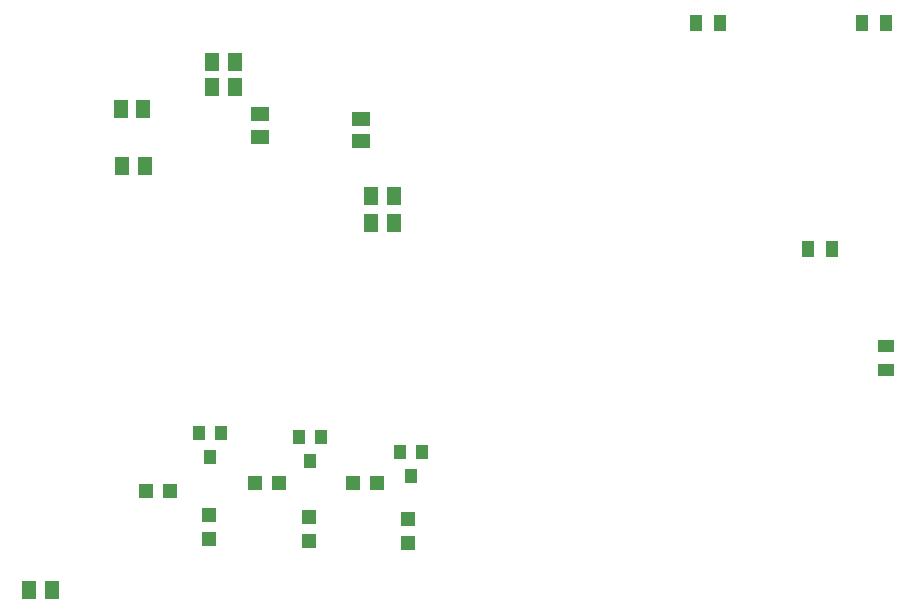
<source format=gbr>
G04 EAGLE Gerber RS-274X export*
G75*
%MOMM*%
%FSLAX34Y34*%
%LPD*%
%INSolderpaste Bottom*%
%IPPOS*%
%AMOC8*
5,1,8,0,0,1.08239X$1,22.5*%
G01*
%ADD10R,1.100000X1.400000*%
%ADD11R,1.400000X1.100000*%
%ADD12R,1.300000X1.500000*%
%ADD13R,1.500000X1.300000*%
%ADD14R,1.300000X1.200000*%
%ADD15R,1.200000X1.300000*%
%ADD16R,1.000000X1.200000*%


D10*
X865560Y379140D03*
X885560Y379140D03*
D11*
X931440Y277160D03*
X931440Y297160D03*
D10*
X931160Y570960D03*
X911160Y570960D03*
X770920Y570960D03*
X790920Y570960D03*
D12*
X302870Y497650D03*
X283870Y497650D03*
X304140Y450120D03*
X285140Y450120D03*
X380340Y538150D03*
X361340Y538150D03*
D13*
X401340Y474370D03*
X401340Y493370D03*
D12*
X495960Y401880D03*
X514960Y401880D03*
D13*
X487240Y489560D03*
X487240Y470560D03*
D12*
X380340Y517060D03*
X361340Y517060D03*
X495960Y424280D03*
X514960Y424280D03*
X206400Y91160D03*
X225400Y91160D03*
D14*
X442710Y132570D03*
X442710Y152890D03*
D15*
X397020Y181580D03*
X417340Y181580D03*
D16*
X443800Y200320D03*
X453300Y220320D03*
X434300Y220320D03*
D14*
X527060Y130340D03*
X527060Y150660D03*
D15*
X480220Y181600D03*
X500540Y181600D03*
D16*
X529200Y187700D03*
X538700Y207700D03*
X519700Y207700D03*
D14*
X358560Y133820D03*
X358560Y154140D03*
D15*
X304640Y174840D03*
X324960Y174840D03*
D16*
X359020Y203780D03*
X368520Y223780D03*
X349520Y223780D03*
M02*

</source>
